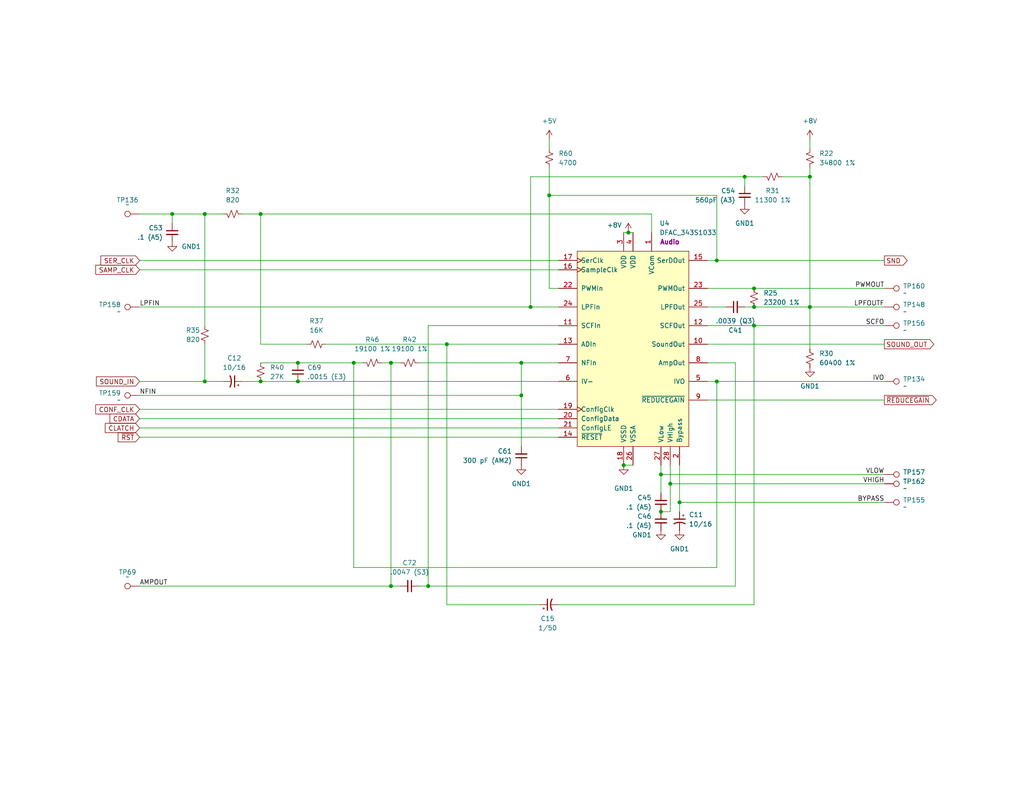
<source format=kicad_sch>
(kicad_sch (version 20250114) (generator "eeschema") (generator_version "9.0")
  (paper "USLetter")
  (title_block (title "Macintosh Classic II") (date "2025-05-29") (company "Apple Computer") (comment 1 "drawn by Bradley Bell"))
  (lib_symbols
    (symbol "AppleASIC:DFAC_343S1033" (pin_names (offset 1.016))
      (property "Reference" "U" (at -14.986 30.734 0))
      (property "Value" "DFAC_343S1033" (at -14.986 28.194 0))
      (symbol "DFAC_343S1033_1_1"
        (rectangle (start -15.24 25.4) (end 15.24 -27.94) (fill (type background)))
        (pin input clock (at -20.32 22.86 0) (length 5.08) (name "SerClk") (number "17"))
        (pin input clock (at -20.32 20.32 0) (length 5.08) (name "SampleClk") (number "16"))
        (pin input line (at -20.32 15.24 0) (length 5.08) (name "PWMIn") (number "22"))
        (pin input line (at -20.32 10.16 0) (length 5.08) (name "LPFIn") (number "24"))
        (pin input line (at -20.32 5.08 0) (length 5.08) (name "SCFIn") (number "11"))
        (pin input line (at -20.32 0 0) (length 5.08) (name "ADIn") (number "13"))
        (pin input line (at -20.32 -5.08 0) (length 5.08) (name "NFIn") (number "7"))
        (pin input line (at -20.32 -10.16 0) (length 5.08) (name "IV-") (number "6"))
        (pin input clock (at -20.32 -17.78 0) (length 5.08) (name "ConfigClk") (number "19"))
        (pin input line (at -20.32 -20.32 0) (length 5.08) (name "ConfigData") (number "20"))
        (pin input line (at -20.32 -22.86 0) (length 5.08) (name "ConfigLE") (number "21"))
        (pin input line (at -20.32 -25.4 0) (length 5.08) (name "~{RESET}") (number "14"))
        (pin power_in line (at -2.54 30.48 270) (length 5.08) (name "VDD") (number "3"))
        (pin power_in line (at -2.54 -33.02 90) (length 5.08) (name "VSSD") (number "18"))
        (pin power_in line (at 0 30.48 270) (length 5.08) (name "VDD") (number "4"))
        (pin power_in line (at 0 -33.02 90) (length 5.08) (name "VSSA") (number "26"))
        (pin output line (at 5.08 30.48 270) (length 5.08) (name "VCom") (number "1"))
        (pin output line (at 7.62 -33.02 90) (length 5.08) (name "VLow") (number "27"))
        (pin output line (at 10.16 -33.02 90) (length 5.08) (name "VHigh") (number "28"))
        (pin passive line (at 12.7 -33.02 90) (length 5.08) (name "Bypass") (number "2"))
        (pin output line (at 20.32 22.86 180) (length 5.08) (name "SerDOut") (number "15"))
        (pin output line (at 20.32 15.24 180) (length 5.08) (name "PWMOut") (number "23"))
        (pin output line (at 20.32 10.16 180) (length 5.08) (name "LPFOut") (number "25"))
        (pin output line (at 20.32 5.08 180) (length 5.08) (name "SCFOut") (number "12"))
        (pin output line (at 20.32 0 180) (length 5.08) (name "SoundOut") (number "10"))
        (pin output line (at 20.32 -5.08 180) (length 5.08) (name "AmpOut") (number "8"))
        (pin output line (at 20.32 -10.16 180) (length 5.08) (name "IVO") (number "5"))
        (pin open_collector line (at 20.32 -15.24 180) (length 5.08) (name "~{REDUCEGAIN}") (number "9"))
      )
    )
    (symbol "Connector:TestPoint" (pin_numbers (hide yes)) (pin_names (offset 0.762) (hide yes))
      (property "Reference" "TP" (at 0 6.858 0))
      (property "Value" "TestPoint" (at 0 5.08 0))
      (symbol "TestPoint_0_1"
        (circle (center 0 3.302) (radius 0.762))
      )
      (symbol "TestPoint_1_1"
        (pin passive line (at 0 0 90) (length 2.54) (name "1") (number "1"))
      )
    )
    (symbol "Device:C_Polarized_Small_US" (pin_numbers (hide yes)) (pin_names (offset 0.254) (hide yes))
      (property "Reference" "C" (at 0.254 1.778 0))
      (property "Value" "C_Polarized_Small_US" (at 0.254 -2.032 0))
      (symbol "C_Polarized_Small_US_0_1"
        (polyline (pts (xy -1.524 0.508) (xy 1.524 0.508)) (stroke (width 0.3048)))
        (polyline (pts (xy -1.27 1.524) (xy -0.762 1.524)))
        (polyline (pts (xy -1.016 1.27) (xy -1.016 1.778)))
        (arc (start -1.524 -0.762) (mid 0 -0.3734) (end 1.524 -0.762) (stroke (width 0.3048)))
      )
      (symbol "C_Polarized_Small_US_1_1"
        (pin passive line (at 0 2.54 270) (length 2.032) (name "~") (number "1"))
        (pin passive line (at 0 -2.54 90) (length 2.032) (name "~") (number "2"))
      )
    )
    (symbol "Device:C_Small" (pin_numbers (hide yes)) (pin_names (offset 0.254) (hide yes))
      (property "Reference" "C" (at 0.254 1.778 0))
      (property "Value" "C_Small" (at 0.254 -2.032 0))
      (symbol "C_Small_0_1"
        (polyline (pts (xy -1.524 0.508) (xy 1.524 0.508)) (stroke (width 0.3048)))
        (polyline (pts (xy -1.524 -0.508) (xy 1.524 -0.508)) (stroke (width 0.3302)))
      )
      (symbol "C_Small_1_1"
        (pin passive line (at 0 2.54 270) (length 2.032) (name "~") (number "1"))
        (pin passive line (at 0 -2.54 90) (length 2.032) (name "~") (number "2"))
      )
    )
    (symbol "Device:R_Small_US" (pin_numbers (hide yes)) (pin_names (offset 0.254) (hide yes))
      (property "Reference" "R" (at 0.762 0.508 0))
      (property "Value" "R_Small_US" (at 0.762 -1.016 0))
      (symbol "R_Small_US_1_1"
        (polyline (pts (xy 0 1.524) (xy 1.016 1.143) (xy 0 0.762) (xy -1.016 0.381) (xy 0 0)))
        (polyline (pts (xy 0 0) (xy 1.016 -0.381) (xy 0 -0.762) (xy -1.016 -1.143) (xy 0 -1.524)))
        (pin passive line (at 0 2.54 270) (length 1.016) (name "~") (number "1"))
        (pin passive line (at 0 -2.54 90) (length 1.016) (name "~") (number "2"))
      )
    )
    (symbol "power:+5V" (power) (pin_numbers (hide yes)) (pin_names (offset 0) (hide yes))
      (property "Value" "+5V" (at 0 3.556 0))
      (symbol "+5V_0_1"
        (polyline (pts (xy -0.762 1.27) (xy 0 2.54)))
        (polyline (pts (xy 0 2.54) (xy 0.762 1.27)))
        (polyline (pts (xy 0 0) (xy 0 2.54)))
      )
      (symbol "+5V_1_1"
        (pin power_in line (at 0 0 90) (length 0) (name "~") (number "1"))
      )
    )
    (symbol "power:+8V" (power) (pin_numbers (hide yes)) (pin_names (offset 0) (hide yes))
      (property "Value" "+8V" (at 0 3.556 0))
      (symbol "+8V_0_1"
        (polyline (pts (xy -0.762 1.27) (xy 0 2.54)))
        (polyline (pts (xy 0 2.54) (xy 0.762 1.27)))
        (polyline (pts (xy 0 0) (xy 0 2.54)))
      )
      (symbol "+8V_1_1"
        (pin power_in line (at 0 0 90) (length 0) (name "~") (number "1"))
      )
    )
    (symbol "power:GND1" (power) (pin_numbers (hide yes)) (pin_names (offset 0) (hide yes))
      (property "Value" "GND1" (at 0 -3.81 0))
      (symbol "GND1_0_1"
        (polyline (pts (xy 0 0) (xy 0 -1.27) (xy 1.27 -1.27) (xy 0 -2.54) (xy -1.27 -1.27) (xy 0 -1.27)))
      )
      (symbol "GND1_1_1"
        (pin power_in line (at 0 0 270) (length 0) (name "~") (number "1"))
      )
    )
  )
  (junction (at 55.88 104.14))
  (junction (at 81.28 104.14))
  (junction (at 121.92 93.98))
  (junction (at 195.58 104.14))
  (junction (at 106.68 160.02))
  (junction (at 180.34 129.54))
  (junction (at 71.12 104.14))
  (junction (at 203.2 48.26))
  (junction (at 81.28 99.06))
  (junction (at 205.74 83.82))
  (junction (at 55.88 58.42))
  (junction (at 180.34 139.7))
  (junction (at 205.74 78.74))
  (junction (at 142.24 99.06))
  (junction (at 182.88 132.08))
  (junction (at 71.12 58.42))
  (junction (at 220.98 83.82))
  (junction (at 171.45 63.5))
  (junction (at 185.42 137.16))
  (junction (at 106.68 99.06))
  (junction (at 170.18 127))
  (junction (at 46.99 58.42))
  (junction (at 205.74 88.9))
  (junction (at 116.84 160.02))
  (junction (at 195.58 71.12))
  (junction (at 142.24 107.95))
  (junction (at 220.98 48.26))
  (junction (at 149.86 53.34))
  (junction (at 96.52 99.06))
  (junction (at 144.78 83.82))
  (wire (pts (xy 180.34 134.62) (xy 180.34 129.54)))
  (wire (pts (xy 114.3 99.06) (xy 142.24 99.06)))
  (wire (pts (xy 55.88 104.14) (xy 55.88 93.98)))
  (wire (pts (xy 121.92 93.98) (xy 121.92 165.1)))
  (wire (pts (xy 96.52 99.06) (xy 99.06 99.06)))
  (wire (pts (xy 38.1 111.76) (xy 152.4 111.76)))
  (wire (pts (xy 220.98 40.64) (xy 220.98 38.1)))
  (wire (pts (xy 185.42 137.16) (xy 241.3 137.16)))
  (wire (pts (xy 106.68 160.02) (xy 109.22 160.02)))
  (wire (pts (xy 193.04 88.9) (xy 205.74 88.9)))
  (wire (pts (xy 142.24 99.06) (xy 152.4 99.06)))
  (wire (pts (xy 81.28 104.14) (xy 152.4 104.14)))
  (wire (pts (xy 149.86 40.64) (xy 149.86 38.1)))
  (wire (pts (xy 96.52 154.94) (xy 195.58 154.94)))
  (wire (pts (xy 142.24 107.95) (xy 142.24 121.92)))
  (wire (pts (xy 149.86 45.72) (xy 149.86 53.34)))
  (wire (pts (xy 241.3 88.9) (xy 205.74 88.9)))
  (wire (pts (xy 81.28 99.06) (xy 96.52 99.06)))
  (wire (pts (xy 203.2 83.82) (xy 205.74 83.82)))
  (wire (pts (xy 203.2 50.8) (xy 203.2 48.26)))
  (wire (pts (xy 38.1 71.12) (xy 152.4 71.12)))
  (wire (pts (xy 116.84 160.02) (xy 114.3 160.02)))
  (wire (pts (xy 205.74 83.82) (xy 220.98 83.82)))
  (wire (pts (xy 195.58 71.12) (xy 241.3 71.12)))
  (wire (pts (xy 205.74 88.9) (xy 205.74 165.1)))
  (wire (pts (xy 220.98 83.82) (xy 220.98 95.25)))
  (wire (pts (xy 203.2 48.26) (xy 208.28 48.26)))
  (wire (pts (xy 38.1 107.95) (xy 142.24 107.95)))
  (wire (pts (xy 55.88 104.14) (xy 60.96 104.14)))
  (wire (pts (xy 182.88 127) (xy 182.88 132.08)))
  (wire (pts (xy 104.14 99.06) (xy 106.68 99.06)))
  (wire (pts (xy 220.98 48.26) (xy 220.98 83.82)))
  (wire (pts (xy 66.04 104.14) (xy 71.12 104.14)))
  (wire (pts (xy 180.34 139.7) (xy 182.88 139.7)))
  (wire (pts (xy 38.1 104.14) (xy 55.88 104.14)))
  (wire (pts (xy 241.3 93.98) (xy 193.04 93.98)))
  (wire (pts (xy 121.92 93.98) (xy 152.4 93.98)))
  (wire (pts (xy 182.88 132.08) (xy 182.88 139.7)))
  (wire (pts (xy 38.1 160.02) (xy 106.68 160.02)))
  (wire (pts (xy 195.58 104.14) (xy 241.3 104.14)))
  (wire (pts (xy 241.3 83.82) (xy 220.98 83.82)))
  (wire (pts (xy 38.1 83.82) (xy 144.78 83.82)))
  (wire (pts (xy 195.58 104.14) (xy 193.04 104.14)))
  (wire (pts (xy 144.78 48.26) (xy 144.78 83.82)))
  (wire (pts (xy 193.04 109.22) (xy 241.3 109.22)))
  (wire (pts (xy 71.12 58.42) (xy 177.8 58.42)))
  (wire (pts (xy 185.42 127) (xy 185.42 137.16)))
  (wire (pts (xy 171.45 63.5) (xy 170.18 63.5)))
  (wire (pts (xy 38.1 58.42) (xy 46.99 58.42)))
  (wire (pts (xy 96.52 99.06) (xy 96.52 154.94)))
  (wire (pts (xy 66.04 58.42) (xy 71.12 58.42)))
  (wire (pts (xy 46.99 58.42) (xy 46.99 60.96)))
  (wire (pts (xy 213.36 48.26) (xy 220.98 48.26)))
  (wire (pts (xy 195.58 154.94) (xy 195.58 104.14)))
  (wire (pts (xy 195.58 71.12) (xy 193.04 71.12)))
  (wire (pts (xy 71.12 99.06) (xy 81.28 99.06)))
  (wire (pts (xy 149.86 53.34) (xy 195.58 53.34)))
  (wire (pts (xy 180.34 129.54) (xy 241.3 129.54)))
  (wire (pts (xy 88.9 93.98) (xy 121.92 93.98)))
  (wire (pts (xy 116.84 88.9) (xy 152.4 88.9)))
  (wire (pts (xy 144.78 83.82) (xy 152.4 83.82)))
  (wire (pts (xy 193.04 99.06) (xy 200.66 99.06)))
  (wire (pts (xy 220.98 45.72) (xy 220.98 48.26)))
  (wire (pts (xy 38.1 73.66) (xy 152.4 73.66)))
  (wire (pts (xy 144.78 48.26) (xy 203.2 48.26)))
  (wire (pts (xy 71.12 58.42) (xy 71.12 93.98)))
  (wire (pts (xy 116.84 88.9) (xy 116.84 160.02)))
  (wire (pts (xy 195.58 53.34) (xy 195.58 71.12)))
  (wire (pts (xy 149.86 78.74) (xy 152.4 78.74)))
  (wire (pts (xy 149.86 53.34) (xy 149.86 78.74)))
  (wire (pts (xy 180.34 129.54) (xy 180.34 127)))
  (wire (pts (xy 106.68 99.06) (xy 109.22 99.06)))
  (wire (pts (xy 170.18 127) (xy 172.72 127)))
  (wire (pts (xy 182.88 132.08) (xy 241.3 132.08)))
  (wire (pts (xy 55.88 58.42) (xy 55.88 88.9)))
  (wire (pts (xy 71.12 93.98) (xy 83.82 93.98)))
  (wire (pts (xy 177.8 58.42) (xy 177.8 63.5)))
  (wire (pts (xy 205.74 165.1) (xy 152.4 165.1)))
  (wire (pts (xy 193.04 83.82) (xy 198.12 83.82)))
  (wire (pts (xy 71.12 104.14) (xy 81.28 104.14)))
  (wire (pts (xy 38.1 116.84) (xy 152.4 116.84)))
  (wire (pts (xy 205.74 78.74) (xy 241.3 78.74)))
  (wire (pts (xy 172.72 63.5) (xy 171.45 63.5)))
  (wire (pts (xy 142.24 99.06) (xy 142.24 107.95)))
  (wire (pts (xy 185.42 137.16) (xy 185.42 139.7)))
  (wire (pts (xy 55.88 58.42) (xy 60.96 58.42)))
  (wire (pts (xy 38.1 114.3) (xy 152.4 114.3)))
  (wire (pts (xy 106.68 99.06) (xy 106.68 160.02)))
  (wire (pts (xy 121.92 165.1) (xy 147.32 165.1)))
  (wire (pts (xy 200.66 99.06) (xy 200.66 160.02)))
  (wire (pts (xy 193.04 78.74) (xy 205.74 78.74)))
  (wire (pts (xy 116.84 160.02) (xy 200.66 160.02)))
  (wire (pts (xy 46.99 58.42) (xy 55.88 58.42)))
  (wire (pts (xy 38.1 119.38) (xy 152.4 119.38)))
  (label "VLOW" (at 241.3 129.54 180))
  (label "VHIGH" (at 241.3 132.08 180))
  (label "SCFO" (at 241.3 88.9 180))
  (label "LPFOUTF" (at 241.3 83.82 180))
  (label "NFIN" (at 38.1 107.95 0))
  (label "AMPOUT" (at 38.1 160.02 0))
  (label "IVO" (at 241.3 104.14 180))
  (label "LPFIN" (at 38.1 83.82 0))
  (label "BYPASS" (at 241.3 137.16 180))
  (label "PWMOUT" (at 241.3 78.74 180))
  (global_label "CDATA" (shape input) (at 38.1 114.3 180) (property "Intersheetrefs" "${INTERSHEET_REFS}" (at 26.7088 114.3 0) (effects (justify right))))
  (global_label "SOUND_IN" (shape input) (at 38.1 104.14 180) (property "Intersheetrefs" "${INTERSHEET_REFS}" (at 25.7409 104.14 0) (effects (justify right))))
  (global_label "CONF_CLK" (shape input) (at 38.1 111.76 180) (property "Intersheetrefs" "${INTERSHEET_REFS}" (at 25.5595 111.76 0) (effects (justify right))))
  (global_label "SER_CLK" (shape input) (at 38.1 71.12 180) (property "Intersheetrefs" "${INTERSHEET_REFS}" (at 26.9506 71.12 0) (effects (justify right))))
  (global_label "~{REDUCEGAIN}" (shape output) (at 241.3 109.22 0) (property "Intersheetrefs" "${INTERSHEET_REFS}" (at 256.0176 109.22 0) (effects (justify left))))
  (global_label "SOUND_OUT" (shape output) (at 241.3 93.98 0) (property "Intersheetrefs" "${INTERSHEET_REFS}" (at 255.3524 93.98 0) (effects (justify left))))
  (global_label "~{RST}" (shape input) (at 38.1 119.38 180) (property "Intersheetrefs" "${INTERSHEET_REFS}" (at 31.6677 119.38 0) (effects (justify right))))
  (global_label "CLATCH" (shape input) (at 38.1 116.84 180) (property "Intersheetrefs" "${INTERSHEET_REFS}" (at 26.8902 116.84 0) (effects (justify right))))
  (global_label "SAMP_CLK" (shape input) (at 38.1 73.66 180) (property "Intersheetrefs" "${INTERSHEET_REFS}" (at 25.5596 73.66 0) (effects (justify right))))
  (global_label "SND" (shape output) (at 241.3 71.12 0) (property "Intersheetrefs" "${INTERSHEET_REFS}" (at 248.0952 71.12 0) (effects (justify left))))
  (symbol (lib_id "Device:R_Small_US") (at 111.76 99.06 90) (mirror x) (unit 1)
    (property "Reference" "R42" (at 111.76 92.71 90))
    (property "Value" "19100 1%" (at 111.76 95.25 90))
    (property "Footprint" "MyPackage:SMD_0805_2012Metric_Pad1.25x1.65mm" (effects (hide yes)))
    (property "Description" "Resistor, small US symbol" (effects (hide yes)))
  )
  (symbol (lib_id "Connector:TestPoint") (at 241.3 137.16 270) (mirror x) (unit 1)
    (property "Reference" "TP155" (at 246.38 136.5249 90) (effects (justify left)))
    (property "Value" "~" (at 246.38 138.43 90) (effects (justify left)))
    (property "Footprint" "MyPackage:TestPoint_THTPad_D1.0mm_Drill0.5mm" (effects (hide yes)))
    (property "Description" "test point" (effects (hide yes)))
  )
  (symbol (lib_id "Device:R_Small_US") (at 205.74 81.28 180) (unit 1)
    (property "Reference" "R25" (at 208.28 80.0099 0) (effects (justify right)))
    (property "Value" "23200 1%" (at 208.28 82.5499 0) (effects (justify right)))
    (property "Footprint" "MyPackage:SMD_0805_2012Metric_Pad1.25x1.65mm" (effects (hide yes)))
    (property "Description" "Resistor, small US symbol" (effects (hide yes)))
  )
  (symbol (lib_id "Device:C_Small") (at 203.2 53.34 0) (unit 1)
    (property "Reference" "C54" (at 200.66 52.0762 0) (effects (justify right)))
    (property "Value" "560pF (A3)" (at 200.66 54.6162 0) (effects (justify right)))
    (property "Footprint" "MyPackage:SMD_0603_1608Metric_Pad1.52x1.02mm" (effects (hide yes)))
    (property "Description" "Unpolarized capacitor, small symbol" (effects (hide yes)))
  )
  (symbol (lib_id "Device:C_Small") (at 180.34 137.16 0) (mirror x) (unit 1)
    (property "Reference" "C45" (at 177.8 135.8835 0) (effects (justify right)))
    (property "Value" ".1 (A5)" (at 177.8 138.4235 0) (effects (justify right)))
    (property "Footprint" "MyPackage:SMD_0603_1608Metric_Pad1.52x1.02mm" (effects (hide yes)))
    (property "Description" "Unpolarized capacitor, small symbol" (effects (hide yes)))
  )
  (symbol (lib_id "power:GND1") (at 220.98 100.33 0) (mirror y) (unit 1)
    (property "Reference" "#PWR0196" (effects (hide yes)))
    (property "Value" "GND1" (at 220.98 105.41 0))
    (property "Description" "Power symbol creates a global label with name \"GND1\" , ground" (effects (hide yes)))
  )
  (symbol (lib_id "Connector:TestPoint") (at 241.3 132.08 270) (mirror x) (unit 1)
    (property "Reference" "TP162" (at 246.38 131.4449 90) (effects (justify left)))
    (property "Value" "~" (at 246.38 133.35 90) (effects (justify left)))
    (property "Footprint" "MyPackage:TestPoint_Pad_D1.0mm" (effects (hide yes)))
    (property "Description" "test point" (effects (hide yes)))
  )
  (symbol (lib_id "Connector:TestPoint") (at 38.1 83.82 90) (unit 1)
    (property "Reference" "TP158" (at 33.02 83.1849 90) (effects (justify left)))
    (property "Value" "~" (at 33.02 85.09 90) (effects (justify left)))
    (property "Footprint" "MyPackage:TestPoint_THTPad_D1.0mm_Drill0.5mm" (effects (hide yes)))
    (property "Description" "test point" (effects (hide yes)))
  )
  (symbol (lib_id "Device:C_Small") (at 200.66 83.82 90) (unit 1)
    (property "Reference" "C41" (at 200.6663 90.17 90))
    (property "Value" ".0039 (Q3)" (at 200.6663 87.63 90))
    (property "Footprint" "MyPackage:SMD_0603_1608Metric_Pad1.52x1.02mm" (effects (hide yes)))
    (property "Description" "Unpolarized capacitor, small symbol" (effects (hide yes)))
  )
  (symbol (lib_id "Connector:TestPoint") (at 38.1 58.42 90) (mirror x) (unit 1)
    (property "Reference" "TP136" (at 34.798 54.61 90))
    (property "Value" "~" (at 34.798 55.88 90))
    (property "Footprint" "MyPackage:TestPoint_Pad_D1.0mm" (effects (hide yes)))
    (property "Description" "test point" (effects (hide yes)))
  )
  (symbol (lib_id "Device:R_Small_US") (at 86.36 93.98 270) (unit 1)
    (property "Reference" "R37" (at 86.36 87.63 90))
    (property "Value" "16K" (at 86.36 90.17 90))
    (property "Footprint" "MyPackage:SMD_0805_2012Metric_Pad1.25x1.65mm" (effects (hide yes)))
    (property "Description" "Resistor, small US symbol" (effects (hide yes)))
  )
  (symbol (lib_id "power:GND1") (at 180.34 144.78 0) (mirror y) (unit 1)
    (property "Reference" "#PWR0191" (effects (hide yes)))
    (property "Value" "GND1" (at 177.8 146.0499 0) (effects (justify left)))
    (property "Description" "Power symbol creates a global label with name \"GND1\" , ground" (effects (hide yes)))
  )
  (symbol (lib_id "Connector:TestPoint") (at 241.3 83.82 270) (unit 1)
    (property "Reference" "TP148" (at 246.38 83.1849 90) (effects (justify left)))
    (property "Value" "~" (at 246.38 85.09 90) (effects (justify left)))
    (property "Footprint" "MyPackage:TestPoint_Pad_D1.0mm" (effects (hide yes)))
    (property "Description" "test point" (effects (hide yes)))
  )
  (symbol (lib_id "Device:C_Small") (at 111.76 160.02 270) (unit 1)
    (property "Reference" "C72" (at 111.7536 153.67 90))
    (property "Value" ".0047 (S3)" (at 111.7536 156.21 90))
    (property "Footprint" "MyPackage:SMD_0603_1608Metric_Pad1.52x1.02mm" (effects (hide yes)))
    (property "Description" "Unpolarized capacitor, small symbol" (effects (hide yes)))
  )
  (symbol (lib_id "Connector:TestPoint") (at 38.1 107.95 90) (mirror x) (unit 1)
    (property "Reference" "TP159" (at 33.02 107.3149 90) (effects (justify left)))
    (property "Value" "~" (at 33.02 109.22 90) (effects (justify left)))
    (property "Footprint" "MyPackage:TestPoint_Pad_D1.0mm" (effects (hide yes)))
    (property "Description" "test point" (effects (hide yes)))
  )
  (symbol (lib_id "Device:C_Small") (at 180.34 142.24 0) (mirror y) (unit 1)
    (property "Reference" "C46" (at 177.8 140.9762 0) (effects (justify left)))
    (property "Value" ".1 (A5)" (at 177.8 143.5162 0) (effects (justify left)))
    (property "Footprint" "MyPackage:SMD_0603_1608Metric_Pad1.52x1.02mm" (effects (hide yes)))
    (property "Description" "Unpolarized capacitor, small symbol" (effects (hide yes)))
  )
  (symbol (lib_id "Device:C_Small") (at 142.24 124.46 0) (mirror x) (unit 1)
    (property "Reference" "C61" (at 139.7 123.1835 0) (effects (justify right)))
    (property "Value" "300 pF (AM2)" (at 139.7 125.7235 0) (effects (justify right)))
    (property "Footprint" "MyPackage:SMD_1206_3216Metric_Pad1.65x1.27mm" (effects (hide yes)))
    (property "Description" "Unpolarized capacitor, small symbol" (effects (hide yes)))
  )
  (symbol (lib_id "Device:R_Small_US") (at 149.86 43.18 0) (unit 1)
    (property "Reference" "R60" (at 152.4 41.9099 0) (effects (justify left)))
    (property "Value" "4700" (at 152.4 44.4499 0) (effects (justify left)))
    (property "Footprint" "MyPackage:SMD_0805_2012Metric_Pad1.25x1.65mm" (effects (hide yes)))
    (property "Description" "Resistor, small US symbol" (effects (hide yes)))
  )
  (symbol (lib_id "Device:C_Small") (at 81.28 101.6 180) (unit 1)
    (property "Reference" "C69" (at 83.82 100.3235 0) (effects (justify right)))
    (property "Value" ".0015 (E3)" (at 83.82 102.8635 0) (effects (justify right)))
    (property "Footprint" "MyPackage:SMD_0805_2012Metric_Pad1.25x1.65mm" (effects (hide yes)))
    (property "Description" "Unpolarized capacitor, small symbol" (effects (hide yes)))
  )
  (symbol (lib_id "Device:R_Small_US") (at 101.6 99.06 270) (mirror x) (unit 1)
    (property "Reference" "R46" (at 101.6 92.71 90))
    (property "Value" "19100 1%" (at 101.6 95.25 90))
    (property "Footprint" "MyPackage:SMD_0805_2012Metric_Pad1.25x1.65mm" (effects (hide yes)))
    (property "Description" "Resistor, small US symbol" (effects (hide yes)))
  )
  (symbol (lib_id "Device:C_Polarized_Small_US") (at 149.86 165.1 90) (unit 1)
    (property "Reference" "C15" (at 149.4282 168.91 90))
    (property "Value" "1/50" (at 149.4282 171.45 90))
    (property "Footprint" "MyPackage:CP_Elec_4x5.8" (effects (hide yes)))
    (property "Description" "Polarized capacitor, small US symbol" (effects (hide yes)))
  )
  (symbol (lib_id "Connector:TestPoint") (at 38.1 160.02 90) (mirror x) (unit 1)
    (property "Reference" "TP69" (at 34.798 156.21 90))
    (property "Value" "~" (at 34.798 157.48 90))
    (property "Footprint" "MyPackage:TestPoint_Pad_D1.0mm" (effects (hide yes)))
    (property "Description" "test point" (effects (hide yes)))
  )
  (symbol (lib_id "Device:R_Small_US") (at 220.98 97.79 180) (unit 1)
    (property "Reference" "R30" (at 223.52 96.5199 0) (effects (justify right)))
    (property "Value" "60400 1%" (at 223.52 99.0599 0) (effects (justify right)))
    (property "Footprint" "MyPackage:SMD_0805_2012Metric_Pad1.25x1.65mm" (effects (hide yes)))
    (property "Description" "Resistor, small US symbol" (effects (hide yes)))
  )
  (symbol (lib_id "AppleASIC:DFAC_343S1033") (at 172.72 93.98 0) (unit 1)
    (property "Reference" "U4" (at 179.9433 60.96 0) (effects (justify left)))
    (property "Value" "DFAC_343S1033" (at 179.9433 63.5 0) (effects (justify left)))
    (property "Footprint" "MyPackage:PLCC-28_rounded" (effects (hide yes)))
    (property "Description" "Audio" (at 179.9433 66.04 0) (effects (font (thickness 0.254) (bold yes)) (justify left)))
  )
  (symbol (lib_id "Device:R_Small_US") (at 55.88 91.44 180) (unit 1)
    (property "Reference" "R35" (at 54.61 90.1699 0) (effects (justify left)))
    (property "Value" "820" (at 54.61 92.7099 0) (effects (justify left)))
    (property "Footprint" "MyPackage:SMD_0805_2012Metric_Pad1.25x1.65mm" (effects (hide yes)))
    (property "Description" "Resistor, small US symbol" (effects (hide yes)))
  )
  (symbol (lib_id "Device:R_Small_US") (at 63.5 58.42 90) (mirror x) (unit 1)
    (property "Reference" "R32" (at 63.5 52.07 90))
    (property "Value" "820" (at 63.5 54.61 90))
    (property "Footprint" "MyPackage:SMD_0805_2012Metric_Pad1.25x1.65mm" (effects (hide yes)))
    (property "Description" "Resistor, small US symbol" (effects (hide yes)))
  )
  (symbol (lib_id "Connector:TestPoint") (at 241.3 88.9 270) (mirror x) (unit 1)
    (property "Reference" "TP156" (at 246.38 88.2649 90) (effects (justify left)))
    (property "Value" "~" (at 246.38 90.17 90) (effects (justify left)))
    (property "Footprint" "MyPackage:TestPoint_THTPad_D1.0mm_Drill0.5mm" (effects (hide yes)))
    (property "Description" "test point" (effects (hide yes)))
  )
  (symbol (lib_id "Connector:TestPoint") (at 241.3 104.14 270) (mirror x) (unit 1)
    (property "Reference" "TP134" (at 246.38 103.5049 90) (effects (justify left)))
    (property "Value" "~" (at 246.38 105.41 90) (effects (justify left)))
    (property "Footprint" "MyPackage:TestPoint_Pad_D1.0mm" (effects (hide yes)))
    (property "Description" "test point" (effects (hide yes)))
  )
  (symbol (lib_id "Device:C_Polarized_Small_US") (at 63.5 104.14 270) (mirror x) (unit 1)
    (property "Reference" "C12" (at 63.9318 97.79 90))
    (property "Value" "10/16" (at 63.9318 100.33 90))
    (property "Footprint" "MyPackage:CP_Elec_4x5.8" (effects (hide yes)))
    (property "Description" "Polarized capacitor, small US symbol" (effects (hide yes)))
  )
  (symbol (lib_id "Device:R_Small_US") (at 210.82 48.26 270) (mirror x) (unit 1)
    (property "Reference" "R31" (at 210.82 52.07 90))
    (property "Value" "11300 1%" (at 210.82 54.61 90))
    (property "Footprint" "MyPackage:SMD_0805_2012Metric_Pad1.25x1.65mm" (effects (hide yes)))
    (property "Description" "Resistor, small US symbol" (effects (hide yes)))
  )
  (symbol (lib_id "Connector:TestPoint") (at 241.3 78.74 270) (unit 1)
    (property "Reference" "TP160" (at 246.38 78.1049 90) (effects (justify left)))
    (property "Value" "~" (at 246.38 80.01 90) (effects (justify left)))
    (property "Footprint" "MyPackage:TestPoint_Pad_D1.0mm" (effects (hide yes)))
    (property "Description" "test point" (effects (hide yes)))
  )
  (symbol (lib_id "power:GND1") (at 185.42 144.78 0) (mirror y) (unit 1)
    (property "Reference" "#PWR0193" (effects (hide yes)))
    (property "Value" "GND1" (at 185.42 149.86 0))
    (property "Description" "Power symbol creates a global label with name \"GND1\" , ground" (effects (hide yes)))
  )
  (symbol (lib_id "Device:R_Small_US") (at 71.12 101.6 0) (unit 1)
    (property "Reference" "R40" (at 73.66 100.3299 0) (effects (justify left)))
    (property "Value" "27K" (at 73.66 102.8699 0) (effects (justify left)))
    (property "Footprint" "MyPackage:SMD_0805_2012Metric_Pad1.25x1.65mm" (effects (hide yes)))
    (property "Description" "Resistor, small US symbol" (effects (hide yes)))
  )
  (symbol (lib_id "Device:R_Small_US") (at 220.98 43.18 0) (mirror y) (unit 1)
    (property "Reference" "R22" (at 223.52 41.9099 0) (effects (justify right)))
    (property "Value" "34800 1%" (at 223.52 44.4499 0) (effects (justify right)))
    (property "Footprint" "MyPackage:SMD_0805_2012Metric_Pad1.25x1.65mm" (effects (hide yes)))
    (property "Description" "Resistor, small US symbol" (effects (hide yes)))
  )
  (symbol (lib_id "power:GND1") (at 142.24 127 0) (mirror y) (unit 1)
    (property "Reference" "#PWR079" (effects (hide yes)))
    (property "Value" "GND1" (at 142.24 132.08 0))
    (property "Description" "Power symbol creates a global label with name \"GND1\" , ground" (effects (hide yes)))
  )
  (symbol (lib_id "power:+8V") (at 171.45 63.5 0) (unit 1)
    (property "Reference" "#PWR0190" (effects (hide yes)))
    (property "Value" "+8V" (at 167.64 61.468 0))
    (property "Description" "Power symbol creates a global label with name \"+8V\"" (effects (hide yes)))
  )
  (symbol (lib_id "power:GND1") (at 203.2 55.88 0) (mirror y) (unit 1)
    (property "Reference" "#PWR0115" (effects (hide yes)))
    (property "Value" "GND1" (at 203.2 60.96 0))
    (property "Description" "Power symbol creates a global label with name \"GND1\" , ground" (effects (hide yes)))
  )
  (symbol (lib_id "Device:C_Small") (at 46.99 63.5 0) (mirror y) (unit 1)
    (property "Reference" "C53" (at 44.45 62.2362 0) (effects (justify left)))
    (property "Value" ".1 (A5)" (at 44.45 64.7762 0) (effects (justify left)))
    (property "Footprint" "MyPackage:SMD_0603_1608Metric_Pad1.52x1.02mm" (effects (hide yes)))
    (property "Description" "Unpolarized capacitor, small symbol" (effects (hide yes)))
  )
  (symbol (lib_id "power:GND1") (at 46.99 66.04 0) (mirror y) (unit 1)
    (property "Reference" "#PWR014" (effects (hide yes)))
    (property "Value" "GND1" (at 49.53 67.3099 0) (effects (justify right)))
    (property "Description" "Power symbol creates a global label with name \"GND1\" , ground" (effects (hide yes)))
  )
  (symbol (lib_id "power:+8V") (at 220.98 38.1 0) (unit 1)
    (property "Reference" "#PWR0195" (effects (hide yes)))
    (property "Value" "+8V" (at 220.98 33.02 0))
    (property "Description" "Power symbol creates a global label with name \"+8V\"" (effects (hide yes)))
  )
  (symbol (lib_id "Connector:TestPoint") (at 241.3 129.54 270) (mirror x) (unit 1)
    (property "Reference" "TP157" (at 246.38 128.9049 90) (effects (justify left)))
    (property "Value" "~" (at 246.38 130.81 90) (effects (justify left)))
    (property "Footprint" "MyPackage:TestPoint_THTPad_D1.0mm_Drill0.5mm" (effects (hide yes)))
    (property "Description" "test point" (effects (hide yes)))
  )
  (symbol (lib_id "power:+5V") (at 149.86 38.1 0) (unit 1)
    (property "Reference" "#PWR0194" (effects (hide yes)))
    (property "Value" "+5V" (at 149.86 33.02 0))
    (property "Description" "Power symbol creates a global label with name \"+5V\"" (effects (hide yes)))
  )
  (symbol (lib_id "Device:C_Polarized_Small_US") (at 185.42 142.24 0) (mirror y) (unit 1)
    (property "Reference" "C11" (at 187.96 140.5381 0) (effects (justify right)))
    (property "Value" "10/16" (at 187.96 143.0781 0) (effects (justify right)))
    (property "Footprint" "MyPackage:CP_Elec_4x5.8" (effects (hide yes)))
    (property "Description" "Polarized capacitor, small US symbol" (effects (hide yes)))
  )
  (symbol (lib_id "power:GND1") (at 170.18 127 0) (mirror y) (unit 1)
    (property "Reference" "#PWR0118" (effects (hide yes)))
    (property "Value" "GND1" (at 170.18 133.35 0))
    (property "Description" "Power symbol creates a global label with name \"GND1\" , ground" (effects (hide yes)))
  )
)
</source>
